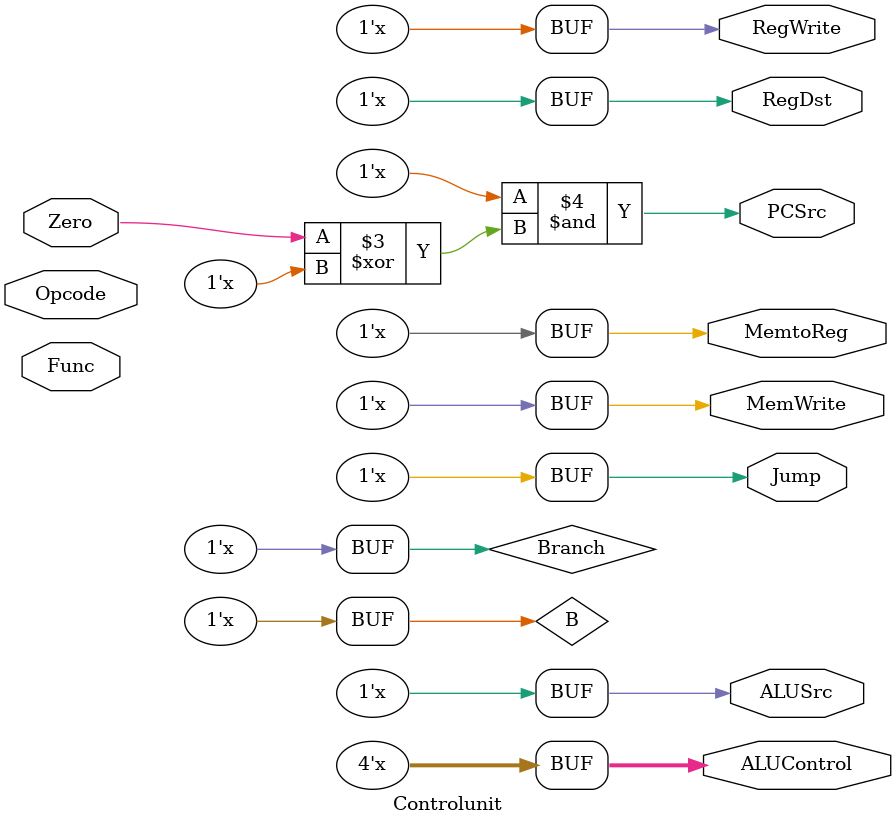
<source format=v>

`timescale 1ns/1ns

module Controlunit(input [5:0] Opcode, 
               input [5:0] Func,
               input Zero,
               output reg MemtoReg,
               output reg  MemWrite,
               output reg  ALUSrc,
               output reg  RegDst,
               output reg  RegWrite,
               output reg  Jump,
               output PCSrc,
               output reg  [3:0] ALUControl
               );
               
reg [11:0] temp;
reg Branch,B;

always @(*) begin 

    case (Opcode) 
        6'b000000: temp <= 12'b110000000000;        // R-type
        6'b100011: temp <= 12'b101001000000;        // LW
        6'b101011: temp <= 12'b001010000000;        // SW 
        6'b000100: temp <= 12'b000100000001;        // BEQ
        6'b000101: temp <= 12'b000100010001;        // BNE
        6'b001000: temp <= 12'b101000000000;        // ADDI
        6'b001001: temp <= 12'b101000000000;        // ADDIU
        6'b001100: temp <= 12'b101000000010;        // ANDI
        6'b001101: temp <= 12'b101000000011;        // ORI
        6'b001110: temp <= 12'b101000000100;        // XORI
        6'b001010: temp <= 12'b101000001000;        // SLTI
        6'b001011: temp <= 12'b101000001001;        // SLTIU
        6'b000010: temp <= 12'b000000100010;        // J
        6'b001111: temp <= 12'b101000001110;        // LUI
        default:   temp <= 12'bxxxxxxxxxxxx;        // NOP
    endcase
    
    // R Functions
if(Opcode==6'b000000) begin
    case (Func)
        6'b100000: ALUControl <= 4'b0000;    // ADD
        6'b100001: ALUControl <= 4'b0000;    // ADDU
        6'b100010: ALUControl <= 4'b0001;    // SUB
        6'b100011: ALUControl <= 4'b0001;    // SUBU
        6'b100100: ALUControl <= 4'b0010;    // AND
        6'b100101: ALUControl <= 4'b0011;    // OR
        6'b100110: ALUControl <= 4'b0100;    // XOR
        6'b100111: ALUControl <= 4'b1010;    // NOR
        6'b101010: ALUControl <= 4'b1000;    // SLT
        6'b101011: ALUControl <= 4'b1001;    // SLTU
        6'b000000: ALUControl <= 4'b0101;    // SLL
        6'b000010: ALUControl <= 4'b0110;    // SRL
        6'b000011: ALUControl <= 4'b0111;    // SRA
        6'b000100: ALUControl <= 4'b1011;    // SLLV
        6'b000110: ALUControl <= 4'b1100;    // SRLV
        6'b000111: ALUControl <= 4'b1101;    // SRAV
    endcase
  end  
    {RegWrite,RegDst,ALUSrc,Branch,MemWrite,MemtoReg,Jump,B,ALUControl} = temp;

end

assign PCSrc = Branch & (Zero ^ B);

endmodule
</source>
